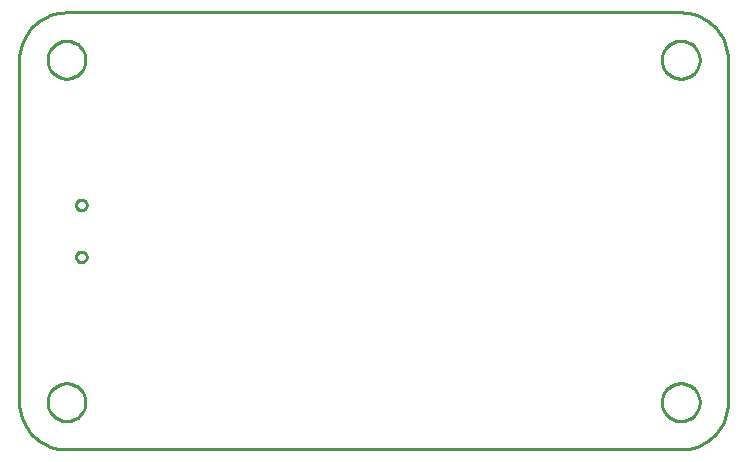
<source format=gbr>
G04 EAGLE Gerber RS-274X export*
G75*
%MOMM*%
%FSLAX34Y34*%
%LPD*%
%IN*%
%IPPOS*%
%AMOC8*
5,1,8,0,0,1.08239X$1,22.5*%
G01*
%ADD10C,0.254000*%


D10*
X0Y40000D02*
X152Y36514D01*
X608Y33054D01*
X1363Y29647D01*
X2412Y26319D01*
X3748Y23095D01*
X5359Y20000D01*
X7234Y17057D01*
X9358Y14289D01*
X11716Y11716D01*
X14289Y9358D01*
X17057Y7234D01*
X20000Y5359D01*
X23095Y3748D01*
X26319Y2412D01*
X29647Y1363D01*
X33054Y608D01*
X36514Y152D01*
X40000Y0D01*
X560000Y0D01*
X563486Y152D01*
X566946Y608D01*
X570353Y1363D01*
X573681Y2412D01*
X576905Y3748D01*
X580000Y5359D01*
X582943Y7234D01*
X585712Y9358D01*
X588284Y11716D01*
X590642Y14289D01*
X592766Y17057D01*
X594641Y20000D01*
X596252Y23095D01*
X597588Y26319D01*
X598637Y29647D01*
X599392Y33054D01*
X599848Y36514D01*
X600000Y40000D01*
X600000Y330000D01*
X599848Y333486D01*
X599392Y336946D01*
X598637Y340353D01*
X597588Y343681D01*
X596252Y346905D01*
X594641Y350000D01*
X592766Y352943D01*
X590642Y355712D01*
X588284Y358284D01*
X585712Y360642D01*
X582943Y362766D01*
X580000Y364641D01*
X576905Y366252D01*
X573681Y367588D01*
X570353Y368637D01*
X566946Y369392D01*
X563486Y369848D01*
X560000Y370000D01*
X40000Y370000D01*
X36514Y369848D01*
X33054Y369392D01*
X29647Y368637D01*
X26319Y367588D01*
X23095Y366252D01*
X20000Y364641D01*
X17057Y362766D01*
X14289Y360642D01*
X11716Y358284D01*
X9358Y355712D01*
X7234Y352943D01*
X5359Y350000D01*
X3748Y346905D01*
X2412Y343681D01*
X1363Y340353D01*
X608Y336946D01*
X152Y333486D01*
X0Y330000D01*
X0Y40000D01*
X57000Y206705D02*
X56923Y206120D01*
X56770Y205550D01*
X56545Y205005D01*
X56250Y204495D01*
X55891Y204027D01*
X55473Y203609D01*
X55005Y203250D01*
X54495Y202955D01*
X53950Y202730D01*
X53380Y202577D01*
X52795Y202500D01*
X52205Y202500D01*
X51620Y202577D01*
X51050Y202730D01*
X50505Y202955D01*
X49995Y203250D01*
X49527Y203609D01*
X49109Y204027D01*
X48750Y204495D01*
X48455Y205005D01*
X48230Y205550D01*
X48077Y206120D01*
X48000Y206705D01*
X48000Y207295D01*
X48077Y207880D01*
X48230Y208450D01*
X48455Y208995D01*
X48750Y209505D01*
X49109Y209973D01*
X49527Y210391D01*
X49995Y210750D01*
X50505Y211045D01*
X51050Y211270D01*
X51620Y211423D01*
X52205Y211500D01*
X52795Y211500D01*
X53380Y211423D01*
X53950Y211270D01*
X54495Y211045D01*
X55005Y210750D01*
X55473Y210391D01*
X55891Y209973D01*
X56250Y209505D01*
X56545Y208995D01*
X56770Y208450D01*
X56923Y207880D01*
X57000Y207295D01*
X57000Y206705D01*
X57000Y162705D02*
X56923Y162120D01*
X56770Y161550D01*
X56545Y161005D01*
X56250Y160495D01*
X55891Y160027D01*
X55473Y159609D01*
X55005Y159250D01*
X54495Y158955D01*
X53950Y158730D01*
X53380Y158577D01*
X52795Y158500D01*
X52205Y158500D01*
X51620Y158577D01*
X51050Y158730D01*
X50505Y158955D01*
X49995Y159250D01*
X49527Y159609D01*
X49109Y160027D01*
X48750Y160495D01*
X48455Y161005D01*
X48230Y161550D01*
X48077Y162120D01*
X48000Y162705D01*
X48000Y163295D01*
X48077Y163880D01*
X48230Y164450D01*
X48455Y164995D01*
X48750Y165505D01*
X49109Y165973D01*
X49527Y166391D01*
X49995Y166750D01*
X50505Y167045D01*
X51050Y167270D01*
X51620Y167423D01*
X52205Y167500D01*
X52795Y167500D01*
X53380Y167423D01*
X53950Y167270D01*
X54495Y167045D01*
X55005Y166750D01*
X55473Y166391D01*
X55891Y165973D01*
X56250Y165505D01*
X56545Y164995D01*
X56770Y164450D01*
X56923Y163880D01*
X57000Y163295D01*
X57000Y162705D01*
X56000Y39476D02*
X55932Y38431D01*
X55795Y37392D01*
X55590Y36365D01*
X55319Y35353D01*
X54983Y34361D01*
X54582Y33393D01*
X54118Y32454D01*
X53595Y31546D01*
X53013Y30675D01*
X52375Y29844D01*
X51684Y29057D01*
X50943Y28316D01*
X50156Y27625D01*
X49325Y26988D01*
X48454Y26406D01*
X47546Y25882D01*
X46607Y25418D01*
X45639Y25017D01*
X44647Y24681D01*
X43635Y24410D01*
X42608Y24205D01*
X41569Y24069D01*
X40524Y24000D01*
X39476Y24000D01*
X38431Y24069D01*
X37392Y24205D01*
X36365Y24410D01*
X35353Y24681D01*
X34361Y25017D01*
X33393Y25418D01*
X32454Y25882D01*
X31546Y26406D01*
X30675Y26988D01*
X29844Y27625D01*
X29057Y28316D01*
X28316Y29057D01*
X27625Y29844D01*
X26988Y30675D01*
X26406Y31546D01*
X25882Y32454D01*
X25418Y33393D01*
X25017Y34361D01*
X24681Y35353D01*
X24410Y36365D01*
X24205Y37392D01*
X24069Y38431D01*
X24000Y39476D01*
X24000Y40524D01*
X24069Y41569D01*
X24205Y42608D01*
X24410Y43635D01*
X24681Y44647D01*
X25017Y45639D01*
X25418Y46607D01*
X25882Y47546D01*
X26406Y48454D01*
X26988Y49325D01*
X27625Y50156D01*
X28316Y50943D01*
X29057Y51684D01*
X29844Y52375D01*
X30675Y53013D01*
X31546Y53595D01*
X32454Y54118D01*
X33393Y54582D01*
X34361Y54983D01*
X35353Y55319D01*
X36365Y55590D01*
X37392Y55795D01*
X38431Y55932D01*
X39476Y56000D01*
X40524Y56000D01*
X41569Y55932D01*
X42608Y55795D01*
X43635Y55590D01*
X44647Y55319D01*
X45639Y54983D01*
X46607Y54582D01*
X47546Y54118D01*
X48454Y53595D01*
X49325Y53013D01*
X50156Y52375D01*
X50943Y51684D01*
X51684Y50943D01*
X52375Y50156D01*
X53013Y49325D01*
X53595Y48454D01*
X54118Y47546D01*
X54582Y46607D01*
X54983Y45639D01*
X55319Y44647D01*
X55590Y43635D01*
X55795Y42608D01*
X55932Y41569D01*
X56000Y40524D01*
X56000Y39476D01*
X576000Y39476D02*
X575932Y38431D01*
X575795Y37392D01*
X575590Y36365D01*
X575319Y35353D01*
X574983Y34361D01*
X574582Y33393D01*
X574118Y32454D01*
X573595Y31546D01*
X573013Y30675D01*
X572375Y29844D01*
X571684Y29057D01*
X570943Y28316D01*
X570156Y27625D01*
X569325Y26988D01*
X568454Y26406D01*
X567546Y25882D01*
X566607Y25418D01*
X565639Y25017D01*
X564647Y24681D01*
X563635Y24410D01*
X562608Y24205D01*
X561569Y24069D01*
X560524Y24000D01*
X559476Y24000D01*
X558431Y24069D01*
X557392Y24205D01*
X556365Y24410D01*
X555353Y24681D01*
X554361Y25017D01*
X553393Y25418D01*
X552454Y25882D01*
X551546Y26406D01*
X550675Y26988D01*
X549844Y27625D01*
X549057Y28316D01*
X548316Y29057D01*
X547625Y29844D01*
X546988Y30675D01*
X546406Y31546D01*
X545882Y32454D01*
X545418Y33393D01*
X545017Y34361D01*
X544681Y35353D01*
X544410Y36365D01*
X544205Y37392D01*
X544069Y38431D01*
X544000Y39476D01*
X544000Y40524D01*
X544069Y41569D01*
X544205Y42608D01*
X544410Y43635D01*
X544681Y44647D01*
X545017Y45639D01*
X545418Y46607D01*
X545882Y47546D01*
X546406Y48454D01*
X546988Y49325D01*
X547625Y50156D01*
X548316Y50943D01*
X549057Y51684D01*
X549844Y52375D01*
X550675Y53013D01*
X551546Y53595D01*
X552454Y54118D01*
X553393Y54582D01*
X554361Y54983D01*
X555353Y55319D01*
X556365Y55590D01*
X557392Y55795D01*
X558431Y55932D01*
X559476Y56000D01*
X560524Y56000D01*
X561569Y55932D01*
X562608Y55795D01*
X563635Y55590D01*
X564647Y55319D01*
X565639Y54983D01*
X566607Y54582D01*
X567546Y54118D01*
X568454Y53595D01*
X569325Y53013D01*
X570156Y52375D01*
X570943Y51684D01*
X571684Y50943D01*
X572375Y50156D01*
X573013Y49325D01*
X573595Y48454D01*
X574118Y47546D01*
X574582Y46607D01*
X574983Y45639D01*
X575319Y44647D01*
X575590Y43635D01*
X575795Y42608D01*
X575932Y41569D01*
X576000Y40524D01*
X576000Y39476D01*
X576000Y329476D02*
X575932Y328431D01*
X575795Y327392D01*
X575590Y326365D01*
X575319Y325353D01*
X574983Y324361D01*
X574582Y323393D01*
X574118Y322454D01*
X573595Y321546D01*
X573013Y320675D01*
X572375Y319844D01*
X571684Y319057D01*
X570943Y318316D01*
X570156Y317625D01*
X569325Y316988D01*
X568454Y316406D01*
X567546Y315882D01*
X566607Y315418D01*
X565639Y315017D01*
X564647Y314681D01*
X563635Y314410D01*
X562608Y314205D01*
X561569Y314069D01*
X560524Y314000D01*
X559476Y314000D01*
X558431Y314069D01*
X557392Y314205D01*
X556365Y314410D01*
X555353Y314681D01*
X554361Y315017D01*
X553393Y315418D01*
X552454Y315882D01*
X551546Y316406D01*
X550675Y316988D01*
X549844Y317625D01*
X549057Y318316D01*
X548316Y319057D01*
X547625Y319844D01*
X546988Y320675D01*
X546406Y321546D01*
X545882Y322454D01*
X545418Y323393D01*
X545017Y324361D01*
X544681Y325353D01*
X544410Y326365D01*
X544205Y327392D01*
X544069Y328431D01*
X544000Y329476D01*
X544000Y330524D01*
X544069Y331569D01*
X544205Y332608D01*
X544410Y333635D01*
X544681Y334647D01*
X545017Y335639D01*
X545418Y336607D01*
X545882Y337546D01*
X546406Y338454D01*
X546988Y339325D01*
X547625Y340156D01*
X548316Y340943D01*
X549057Y341684D01*
X549844Y342375D01*
X550675Y343013D01*
X551546Y343595D01*
X552454Y344118D01*
X553393Y344582D01*
X554361Y344983D01*
X555353Y345319D01*
X556365Y345590D01*
X557392Y345795D01*
X558431Y345932D01*
X559476Y346000D01*
X560524Y346000D01*
X561569Y345932D01*
X562608Y345795D01*
X563635Y345590D01*
X564647Y345319D01*
X565639Y344983D01*
X566607Y344582D01*
X567546Y344118D01*
X568454Y343595D01*
X569325Y343013D01*
X570156Y342375D01*
X570943Y341684D01*
X571684Y340943D01*
X572375Y340156D01*
X573013Y339325D01*
X573595Y338454D01*
X574118Y337546D01*
X574582Y336607D01*
X574983Y335639D01*
X575319Y334647D01*
X575590Y333635D01*
X575795Y332608D01*
X575932Y331569D01*
X576000Y330524D01*
X576000Y329476D01*
X56000Y329476D02*
X55932Y328431D01*
X55795Y327392D01*
X55590Y326365D01*
X55319Y325353D01*
X54983Y324361D01*
X54582Y323393D01*
X54118Y322454D01*
X53595Y321546D01*
X53013Y320675D01*
X52375Y319844D01*
X51684Y319057D01*
X50943Y318316D01*
X50156Y317625D01*
X49325Y316988D01*
X48454Y316406D01*
X47546Y315882D01*
X46607Y315418D01*
X45639Y315017D01*
X44647Y314681D01*
X43635Y314410D01*
X42608Y314205D01*
X41569Y314069D01*
X40524Y314000D01*
X39476Y314000D01*
X38431Y314069D01*
X37392Y314205D01*
X36365Y314410D01*
X35353Y314681D01*
X34361Y315017D01*
X33393Y315418D01*
X32454Y315882D01*
X31546Y316406D01*
X30675Y316988D01*
X29844Y317625D01*
X29057Y318316D01*
X28316Y319057D01*
X27625Y319844D01*
X26988Y320675D01*
X26406Y321546D01*
X25882Y322454D01*
X25418Y323393D01*
X25017Y324361D01*
X24681Y325353D01*
X24410Y326365D01*
X24205Y327392D01*
X24069Y328431D01*
X24000Y329476D01*
X24000Y330524D01*
X24069Y331569D01*
X24205Y332608D01*
X24410Y333635D01*
X24681Y334647D01*
X25017Y335639D01*
X25418Y336607D01*
X25882Y337546D01*
X26406Y338454D01*
X26988Y339325D01*
X27625Y340156D01*
X28316Y340943D01*
X29057Y341684D01*
X29844Y342375D01*
X30675Y343013D01*
X31546Y343595D01*
X32454Y344118D01*
X33393Y344582D01*
X34361Y344983D01*
X35353Y345319D01*
X36365Y345590D01*
X37392Y345795D01*
X38431Y345932D01*
X39476Y346000D01*
X40524Y346000D01*
X41569Y345932D01*
X42608Y345795D01*
X43635Y345590D01*
X44647Y345319D01*
X45639Y344983D01*
X46607Y344582D01*
X47546Y344118D01*
X48454Y343595D01*
X49325Y343013D01*
X50156Y342375D01*
X50943Y341684D01*
X51684Y340943D01*
X52375Y340156D01*
X53013Y339325D01*
X53595Y338454D01*
X54118Y337546D01*
X54582Y336607D01*
X54983Y335639D01*
X55319Y334647D01*
X55590Y333635D01*
X55795Y332608D01*
X55932Y331569D01*
X56000Y330524D01*
X56000Y329476D01*
M02*

</source>
